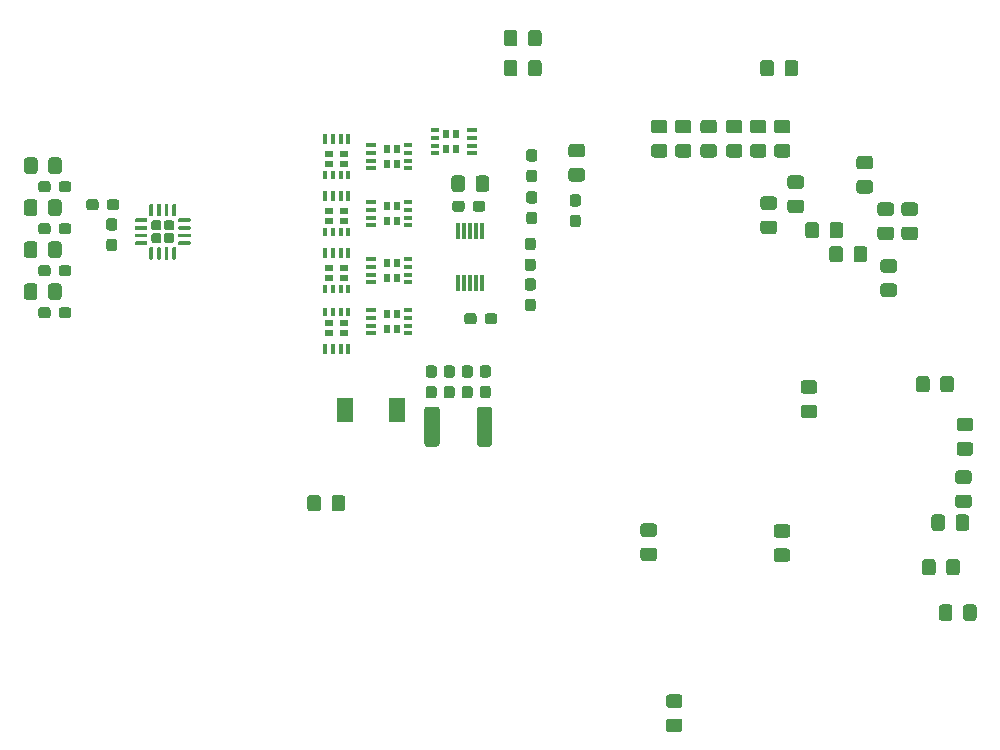
<source format=gbr>
%TF.GenerationSoftware,KiCad,Pcbnew,(5.1.12)-1*%
%TF.CreationDate,2022-03-07T22:11:42-06:00*%
%TF.ProjectId,PoE_Stepper_Driver,506f455f-5374-4657-9070-65725f447269,rev?*%
%TF.SameCoordinates,Original*%
%TF.FileFunction,Paste,Bot*%
%TF.FilePolarity,Positive*%
%FSLAX46Y46*%
G04 Gerber Fmt 4.6, Leading zero omitted, Abs format (unit mm)*
G04 Created by KiCad (PCBNEW (5.1.12)-1) date 2022-03-07 22:11:42*
%MOMM*%
%LPD*%
G01*
G04 APERTURE LIST*
%ADD10R,1.400000X2.100000*%
%ADD11R,0.300000X1.400000*%
%ADD12R,0.750000X0.300000*%
%ADD13R,0.830000X0.300000*%
%ADD14R,0.510000X0.635000*%
%ADD15R,0.635000X0.510000*%
%ADD16R,0.300000X0.830000*%
%ADD17R,0.300000X0.750000*%
G04 APERTURE END LIST*
%TO.C,R40*%
G36*
G01*
X174821000Y-109543001D02*
X174821000Y-108642999D01*
G75*
G02*
X175070999Y-108393000I249999J0D01*
G01*
X175721001Y-108393000D01*
G75*
G02*
X175971000Y-108642999I0J-249999D01*
G01*
X175971000Y-109543001D01*
G75*
G02*
X175721001Y-109793000I-249999J0D01*
G01*
X175070999Y-109793000D01*
G75*
G02*
X174821000Y-109543001I0J249999D01*
G01*
G37*
G36*
G01*
X172771000Y-109543001D02*
X172771000Y-108642999D01*
G75*
G02*
X173020999Y-108393000I249999J0D01*
G01*
X173671001Y-108393000D01*
G75*
G02*
X173921000Y-108642999I0J-249999D01*
G01*
X173921000Y-109543001D01*
G75*
G02*
X173671001Y-109793000I-249999J0D01*
G01*
X173020999Y-109793000D01*
G75*
G02*
X172771000Y-109543001I0J249999D01*
G01*
G37*
%TD*%
%TO.C,RT4*%
G36*
G01*
X99317000Y-79899500D02*
X99317000Y-80374500D01*
G75*
G02*
X99079500Y-80612000I-237500J0D01*
G01*
X98504500Y-80612000D01*
G75*
G02*
X98267000Y-80374500I0J237500D01*
G01*
X98267000Y-79899500D01*
G75*
G02*
X98504500Y-79662000I237500J0D01*
G01*
X99079500Y-79662000D01*
G75*
G02*
X99317000Y-79899500I0J-237500D01*
G01*
G37*
G36*
G01*
X97567000Y-79899500D02*
X97567000Y-80374500D01*
G75*
G02*
X97329500Y-80612000I-237500J0D01*
G01*
X96754500Y-80612000D01*
G75*
G02*
X96517000Y-80374500I0J237500D01*
G01*
X96517000Y-79899500D01*
G75*
G02*
X96754500Y-79662000I237500J0D01*
G01*
X97329500Y-79662000D01*
G75*
G02*
X97567000Y-79899500I0J-237500D01*
G01*
G37*
%TD*%
%TO.C,C5*%
G36*
G01*
X102505500Y-77439000D02*
X102980500Y-77439000D01*
G75*
G02*
X103218000Y-77676500I0J-237500D01*
G01*
X103218000Y-78251500D01*
G75*
G02*
X102980500Y-78489000I-237500J0D01*
G01*
X102505500Y-78489000D01*
G75*
G02*
X102268000Y-78251500I0J237500D01*
G01*
X102268000Y-77676500D01*
G75*
G02*
X102505500Y-77439000I237500J0D01*
G01*
G37*
G36*
G01*
X102505500Y-75689000D02*
X102980500Y-75689000D01*
G75*
G02*
X103218000Y-75926500I0J-237500D01*
G01*
X103218000Y-76501500D01*
G75*
G02*
X102980500Y-76739000I-237500J0D01*
G01*
X102505500Y-76739000D01*
G75*
G02*
X102268000Y-76501500I0J237500D01*
G01*
X102268000Y-75926500D01*
G75*
G02*
X102505500Y-75689000I237500J0D01*
G01*
G37*
%TD*%
%TO.C,C1*%
G36*
G01*
X138065500Y-73403000D02*
X138540500Y-73403000D01*
G75*
G02*
X138778000Y-73640500I0J-237500D01*
G01*
X138778000Y-74215500D01*
G75*
G02*
X138540500Y-74453000I-237500J0D01*
G01*
X138065500Y-74453000D01*
G75*
G02*
X137828000Y-74215500I0J237500D01*
G01*
X137828000Y-73640500D01*
G75*
G02*
X138065500Y-73403000I237500J0D01*
G01*
G37*
G36*
G01*
X138065500Y-75153000D02*
X138540500Y-75153000D01*
G75*
G02*
X138778000Y-75390500I0J-237500D01*
G01*
X138778000Y-75965500D01*
G75*
G02*
X138540500Y-76203000I-237500J0D01*
G01*
X138065500Y-76203000D01*
G75*
G02*
X137828000Y-75965500I0J237500D01*
G01*
X137828000Y-75390500D01*
G75*
G02*
X138065500Y-75153000I237500J0D01*
G01*
G37*
%TD*%
%TO.C,C3*%
G36*
G01*
X133555000Y-73221001D02*
X133555000Y-72320999D01*
G75*
G02*
X133804999Y-72071000I249999J0D01*
G01*
X134455001Y-72071000D01*
G75*
G02*
X134705000Y-72320999I0J-249999D01*
G01*
X134705000Y-73221001D01*
G75*
G02*
X134455001Y-73471000I-249999J0D01*
G01*
X133804999Y-73471000D01*
G75*
G02*
X133555000Y-73221001I0J249999D01*
G01*
G37*
G36*
G01*
X131505000Y-73221001D02*
X131505000Y-72320999D01*
G75*
G02*
X131754999Y-72071000I249999J0D01*
G01*
X132405001Y-72071000D01*
G75*
G02*
X132655000Y-72320999I0J-249999D01*
G01*
X132655000Y-73221001D01*
G75*
G02*
X132405001Y-73471000I-249999J0D01*
G01*
X131754999Y-73471000D01*
G75*
G02*
X131505000Y-73221001I0J249999D01*
G01*
G37*
%TD*%
%TO.C,C7*%
G36*
G01*
X159939117Y-102747967D02*
X159039115Y-102747967D01*
G75*
G02*
X158789116Y-102497968I0J249999D01*
G01*
X158789116Y-101847966D01*
G75*
G02*
X159039115Y-101597967I249999J0D01*
G01*
X159939117Y-101597967D01*
G75*
G02*
X160189116Y-101847966I0J-249999D01*
G01*
X160189116Y-102497968D01*
G75*
G02*
X159939117Y-102747967I-249999J0D01*
G01*
G37*
G36*
G01*
X159939117Y-104797967D02*
X159039115Y-104797967D01*
G75*
G02*
X158789116Y-104547968I0J249999D01*
G01*
X158789116Y-103897966D01*
G75*
G02*
X159039115Y-103647967I249999J0D01*
G01*
X159939117Y-103647967D01*
G75*
G02*
X160189116Y-103897966I0J-249999D01*
G01*
X160189116Y-104547968D01*
G75*
G02*
X159939117Y-104797967I-249999J0D01*
G01*
G37*
%TD*%
%TO.C,C14*%
G36*
G01*
X149917999Y-118052000D02*
X150818001Y-118052000D01*
G75*
G02*
X151068000Y-118301999I0J-249999D01*
G01*
X151068000Y-118952001D01*
G75*
G02*
X150818001Y-119202000I-249999J0D01*
G01*
X149917999Y-119202000D01*
G75*
G02*
X149668000Y-118952001I0J249999D01*
G01*
X149668000Y-118301999D01*
G75*
G02*
X149917999Y-118052000I249999J0D01*
G01*
G37*
G36*
G01*
X149917999Y-116002000D02*
X150818001Y-116002000D01*
G75*
G02*
X151068000Y-116251999I0J-249999D01*
G01*
X151068000Y-116902001D01*
G75*
G02*
X150818001Y-117152000I-249999J0D01*
G01*
X149917999Y-117152000D01*
G75*
G02*
X149668000Y-116902001I0J249999D01*
G01*
X149668000Y-116251999D01*
G75*
G02*
X149917999Y-116002000I249999J0D01*
G01*
G37*
%TD*%
%TO.C,C26*%
G36*
G01*
X161468000Y-77158001D02*
X161468000Y-76257999D01*
G75*
G02*
X161717999Y-76008000I249999J0D01*
G01*
X162368001Y-76008000D01*
G75*
G02*
X162618000Y-76257999I0J-249999D01*
G01*
X162618000Y-77158001D01*
G75*
G02*
X162368001Y-77408000I-249999J0D01*
G01*
X161717999Y-77408000D01*
G75*
G02*
X161468000Y-77158001I0J249999D01*
G01*
G37*
G36*
G01*
X163518000Y-77158001D02*
X163518000Y-76257999D01*
G75*
G02*
X163767999Y-76008000I249999J0D01*
G01*
X164418001Y-76008000D01*
G75*
G02*
X164668000Y-76257999I0J-249999D01*
G01*
X164668000Y-77158001D01*
G75*
G02*
X164418001Y-77408000I-249999J0D01*
G01*
X163767999Y-77408000D01*
G75*
G02*
X163518000Y-77158001I0J249999D01*
G01*
G37*
%TD*%
%TO.C,C27*%
G36*
G01*
X168725001Y-75496000D02*
X167824999Y-75496000D01*
G75*
G02*
X167575000Y-75246001I0J249999D01*
G01*
X167575000Y-74595999D01*
G75*
G02*
X167824999Y-74346000I249999J0D01*
G01*
X168725001Y-74346000D01*
G75*
G02*
X168975000Y-74595999I0J-249999D01*
G01*
X168975000Y-75246001D01*
G75*
G02*
X168725001Y-75496000I-249999J0D01*
G01*
G37*
G36*
G01*
X168725001Y-77546000D02*
X167824999Y-77546000D01*
G75*
G02*
X167575000Y-77296001I0J249999D01*
G01*
X167575000Y-76645999D01*
G75*
G02*
X167824999Y-76396000I249999J0D01*
G01*
X168725001Y-76396000D01*
G75*
G02*
X168975000Y-76645999I0J-249999D01*
G01*
X168975000Y-77296001D01*
G75*
G02*
X168725001Y-77546000I-249999J0D01*
G01*
G37*
%TD*%
%TO.C,C28*%
G36*
G01*
X160204999Y-72060000D02*
X161105001Y-72060000D01*
G75*
G02*
X161355000Y-72309999I0J-249999D01*
G01*
X161355000Y-72960001D01*
G75*
G02*
X161105001Y-73210000I-249999J0D01*
G01*
X160204999Y-73210000D01*
G75*
G02*
X159955000Y-72960001I0J249999D01*
G01*
X159955000Y-72309999D01*
G75*
G02*
X160204999Y-72060000I249999J0D01*
G01*
G37*
G36*
G01*
X160204999Y-74110000D02*
X161105001Y-74110000D01*
G75*
G02*
X161355000Y-74359999I0J-249999D01*
G01*
X161355000Y-75010001D01*
G75*
G02*
X161105001Y-75260000I-249999J0D01*
G01*
X160204999Y-75260000D01*
G75*
G02*
X159955000Y-75010001I0J249999D01*
G01*
X159955000Y-74359999D01*
G75*
G02*
X160204999Y-74110000I249999J0D01*
G01*
G37*
%TD*%
%TO.C,C30*%
G36*
G01*
X158819001Y-77038000D02*
X157918999Y-77038000D01*
G75*
G02*
X157669000Y-76788001I0J249999D01*
G01*
X157669000Y-76137999D01*
G75*
G02*
X157918999Y-75888000I249999J0D01*
G01*
X158819001Y-75888000D01*
G75*
G02*
X159069000Y-76137999I0J-249999D01*
G01*
X159069000Y-76788001D01*
G75*
G02*
X158819001Y-77038000I-249999J0D01*
G01*
G37*
G36*
G01*
X158819001Y-74988000D02*
X157918999Y-74988000D01*
G75*
G02*
X157669000Y-74738001I0J249999D01*
G01*
X157669000Y-74087999D01*
G75*
G02*
X157918999Y-73838000I249999J0D01*
G01*
X158819001Y-73838000D01*
G75*
G02*
X159069000Y-74087999I0J-249999D01*
G01*
X159069000Y-74738001D01*
G75*
G02*
X158819001Y-74988000I-249999J0D01*
G01*
G37*
%TD*%
%TO.C,C31*%
G36*
G01*
X166046999Y-70409000D02*
X166947001Y-70409000D01*
G75*
G02*
X167197000Y-70658999I0J-249999D01*
G01*
X167197000Y-71309001D01*
G75*
G02*
X166947001Y-71559000I-249999J0D01*
G01*
X166046999Y-71559000D01*
G75*
G02*
X165797000Y-71309001I0J249999D01*
G01*
X165797000Y-70658999D01*
G75*
G02*
X166046999Y-70409000I249999J0D01*
G01*
G37*
G36*
G01*
X166046999Y-72459000D02*
X166947001Y-72459000D01*
G75*
G02*
X167197000Y-72708999I0J-249999D01*
G01*
X167197000Y-73359001D01*
G75*
G02*
X166947001Y-73609000I-249999J0D01*
G01*
X166046999Y-73609000D01*
G75*
G02*
X165797000Y-73359001I0J249999D01*
G01*
X165797000Y-72708999D01*
G75*
G02*
X166046999Y-72459000I249999J0D01*
G01*
G37*
%TD*%
%TO.C,C32*%
G36*
G01*
X165550000Y-79190001D02*
X165550000Y-78289999D01*
G75*
G02*
X165799999Y-78040000I249999J0D01*
G01*
X166450001Y-78040000D01*
G75*
G02*
X166700000Y-78289999I0J-249999D01*
G01*
X166700000Y-79190001D01*
G75*
G02*
X166450001Y-79440000I-249999J0D01*
G01*
X165799999Y-79440000D01*
G75*
G02*
X165550000Y-79190001I0J249999D01*
G01*
G37*
G36*
G01*
X163500000Y-79190001D02*
X163500000Y-78289999D01*
G75*
G02*
X163749999Y-78040000I249999J0D01*
G01*
X164400001Y-78040000D01*
G75*
G02*
X164650000Y-78289999I0J-249999D01*
G01*
X164650000Y-79190001D01*
G75*
G02*
X164400001Y-79440000I-249999J0D01*
G01*
X163749999Y-79440000D01*
G75*
G02*
X163500000Y-79190001I0J249999D01*
G01*
G37*
%TD*%
%TO.C,C34*%
G36*
G01*
X161325114Y-91464966D02*
X162225116Y-91464966D01*
G75*
G02*
X162475115Y-91714965I0J-249999D01*
G01*
X162475115Y-92364967D01*
G75*
G02*
X162225116Y-92614966I-249999J0D01*
G01*
X161325114Y-92614966D01*
G75*
G02*
X161075115Y-92364967I0J249999D01*
G01*
X161075115Y-91714965D01*
G75*
G02*
X161325114Y-91464966I249999J0D01*
G01*
G37*
G36*
G01*
X161325114Y-89414966D02*
X162225116Y-89414966D01*
G75*
G02*
X162475115Y-89664965I0J-249999D01*
G01*
X162475115Y-90314967D01*
G75*
G02*
X162225116Y-90564966I-249999J0D01*
G01*
X161325114Y-90564966D01*
G75*
G02*
X161075115Y-90314967I0J249999D01*
G01*
X161075115Y-89664965D01*
G75*
G02*
X161325114Y-89414966I249999J0D01*
G01*
G37*
%TD*%
%TO.C,C35*%
G36*
G01*
X170843115Y-90194968D02*
X170843115Y-89294966D01*
G75*
G02*
X171093114Y-89044967I249999J0D01*
G01*
X171743116Y-89044967D01*
G75*
G02*
X171993115Y-89294966I0J-249999D01*
G01*
X171993115Y-90194968D01*
G75*
G02*
X171743116Y-90444967I-249999J0D01*
G01*
X171093114Y-90444967D01*
G75*
G02*
X170843115Y-90194968I0J249999D01*
G01*
G37*
G36*
G01*
X172893115Y-90194968D02*
X172893115Y-89294966D01*
G75*
G02*
X173143114Y-89044967I249999J0D01*
G01*
X173793116Y-89044967D01*
G75*
G02*
X174043115Y-89294966I0J-249999D01*
G01*
X174043115Y-90194968D01*
G75*
G02*
X173793116Y-90444967I-249999J0D01*
G01*
X173143114Y-90444967D01*
G75*
G02*
X172893115Y-90194968I0J249999D01*
G01*
G37*
%TD*%
%TO.C,C36*%
G36*
G01*
X175433117Y-95789967D02*
X174533115Y-95789967D01*
G75*
G02*
X174283116Y-95539968I0J249999D01*
G01*
X174283116Y-94889966D01*
G75*
G02*
X174533115Y-94639967I249999J0D01*
G01*
X175433117Y-94639967D01*
G75*
G02*
X175683116Y-94889966I0J-249999D01*
G01*
X175683116Y-95539968D01*
G75*
G02*
X175433117Y-95789967I-249999J0D01*
G01*
G37*
G36*
G01*
X175433117Y-93739967D02*
X174533115Y-93739967D01*
G75*
G02*
X174283116Y-93489968I0J249999D01*
G01*
X174283116Y-92839966D01*
G75*
G02*
X174533115Y-92589967I249999J0D01*
G01*
X175433117Y-92589967D01*
G75*
G02*
X175683116Y-92839966I0J-249999D01*
G01*
X175683116Y-93489968D01*
G75*
G02*
X175433117Y-93739967I-249999J0D01*
G01*
G37*
%TD*%
%TO.C,C37*%
G36*
G01*
X174406115Y-99084967D02*
X175306117Y-99084967D01*
G75*
G02*
X175556116Y-99334966I0J-249999D01*
G01*
X175556116Y-99984968D01*
G75*
G02*
X175306117Y-100234967I-249999J0D01*
G01*
X174406115Y-100234967D01*
G75*
G02*
X174156116Y-99984968I0J249999D01*
G01*
X174156116Y-99334966D01*
G75*
G02*
X174406115Y-99084967I249999J0D01*
G01*
G37*
G36*
G01*
X174406115Y-97034967D02*
X175306117Y-97034967D01*
G75*
G02*
X175556116Y-97284966I0J-249999D01*
G01*
X175556116Y-97934968D01*
G75*
G02*
X175306117Y-98184967I-249999J0D01*
G01*
X174406115Y-98184967D01*
G75*
G02*
X174156116Y-97934968I0J249999D01*
G01*
X174156116Y-97284966D01*
G75*
G02*
X174406115Y-97034967I249999J0D01*
G01*
G37*
%TD*%
%TO.C,C38*%
G36*
G01*
X174551116Y-104788966D02*
X174551116Y-105688968D01*
G75*
G02*
X174301117Y-105938967I-249999J0D01*
G01*
X173651115Y-105938967D01*
G75*
G02*
X173401116Y-105688968I0J249999D01*
G01*
X173401116Y-104788966D01*
G75*
G02*
X173651115Y-104538967I249999J0D01*
G01*
X174301117Y-104538967D01*
G75*
G02*
X174551116Y-104788966I0J-249999D01*
G01*
G37*
G36*
G01*
X172501116Y-104788966D02*
X172501116Y-105688968D01*
G75*
G02*
X172251117Y-105938967I-249999J0D01*
G01*
X171601115Y-105938967D01*
G75*
G02*
X171351116Y-105688968I0J249999D01*
G01*
X171351116Y-104788966D01*
G75*
G02*
X171601115Y-104538967I249999J0D01*
G01*
X172251117Y-104538967D01*
G75*
G02*
X172501116Y-104788966I0J-249999D01*
G01*
G37*
%TD*%
%TO.C,C39*%
G36*
G01*
X175336000Y-101022999D02*
X175336000Y-101923001D01*
G75*
G02*
X175086001Y-102173000I-249999J0D01*
G01*
X174435999Y-102173000D01*
G75*
G02*
X174186000Y-101923001I0J249999D01*
G01*
X174186000Y-101022999D01*
G75*
G02*
X174435999Y-100773000I249999J0D01*
G01*
X175086001Y-100773000D01*
G75*
G02*
X175336000Y-101022999I0J-249999D01*
G01*
G37*
G36*
G01*
X173286000Y-101022999D02*
X173286000Y-101923001D01*
G75*
G02*
X173036001Y-102173000I-249999J0D01*
G01*
X172385999Y-102173000D01*
G75*
G02*
X172136000Y-101923001I0J249999D01*
G01*
X172136000Y-101022999D01*
G75*
G02*
X172385999Y-100773000I249999J0D01*
G01*
X173036001Y-100773000D01*
G75*
G02*
X173286000Y-101022999I0J-249999D01*
G01*
G37*
%TD*%
%TO.C,CG2*%
G36*
G01*
X134955000Y-91895000D02*
X134955000Y-94795000D01*
G75*
G02*
X134705000Y-95045000I-250000J0D01*
G01*
X133905000Y-95045000D01*
G75*
G02*
X133655000Y-94795000I0J250000D01*
G01*
X133655000Y-91895000D01*
G75*
G02*
X133905000Y-91645000I250000J0D01*
G01*
X134705000Y-91645000D01*
G75*
G02*
X134955000Y-91895000I0J-250000D01*
G01*
G37*
G36*
G01*
X130505000Y-91895000D02*
X130505000Y-94795000D01*
G75*
G02*
X130255000Y-95045000I-250000J0D01*
G01*
X129455000Y-95045000D01*
G75*
G02*
X129205000Y-94795000I0J250000D01*
G01*
X129205000Y-91895000D01*
G75*
G02*
X129455000Y-91645000I250000J0D01*
G01*
X130255000Y-91645000D01*
G75*
G02*
X130505000Y-91895000I0J-250000D01*
G01*
G37*
%TD*%
%TO.C,CT1*%
G36*
G01*
X96460000Y-70796999D02*
X96460000Y-71697001D01*
G75*
G02*
X96210001Y-71947000I-249999J0D01*
G01*
X95559999Y-71947000D01*
G75*
G02*
X95310000Y-71697001I0J249999D01*
G01*
X95310000Y-70796999D01*
G75*
G02*
X95559999Y-70547000I249999J0D01*
G01*
X96210001Y-70547000D01*
G75*
G02*
X96460000Y-70796999I0J-249999D01*
G01*
G37*
G36*
G01*
X98510000Y-70796999D02*
X98510000Y-71697001D01*
G75*
G02*
X98260001Y-71947000I-249999J0D01*
G01*
X97609999Y-71947000D01*
G75*
G02*
X97360000Y-71697001I0J249999D01*
G01*
X97360000Y-70796999D01*
G75*
G02*
X97609999Y-70547000I249999J0D01*
G01*
X98260001Y-70547000D01*
G75*
G02*
X98510000Y-70796999I0J-249999D01*
G01*
G37*
%TD*%
%TO.C,CT2*%
G36*
G01*
X98501000Y-74352999D02*
X98501000Y-75253001D01*
G75*
G02*
X98251001Y-75503000I-249999J0D01*
G01*
X97600999Y-75503000D01*
G75*
G02*
X97351000Y-75253001I0J249999D01*
G01*
X97351000Y-74352999D01*
G75*
G02*
X97600999Y-74103000I249999J0D01*
G01*
X98251001Y-74103000D01*
G75*
G02*
X98501000Y-74352999I0J-249999D01*
G01*
G37*
G36*
G01*
X96451000Y-74352999D02*
X96451000Y-75253001D01*
G75*
G02*
X96201001Y-75503000I-249999J0D01*
G01*
X95550999Y-75503000D01*
G75*
G02*
X95301000Y-75253001I0J249999D01*
G01*
X95301000Y-74352999D01*
G75*
G02*
X95550999Y-74103000I249999J0D01*
G01*
X96201001Y-74103000D01*
G75*
G02*
X96451000Y-74352999I0J-249999D01*
G01*
G37*
%TD*%
%TO.C,CT3*%
G36*
G01*
X98501000Y-81464999D02*
X98501000Y-82365001D01*
G75*
G02*
X98251001Y-82615000I-249999J0D01*
G01*
X97600999Y-82615000D01*
G75*
G02*
X97351000Y-82365001I0J249999D01*
G01*
X97351000Y-81464999D01*
G75*
G02*
X97600999Y-81215000I249999J0D01*
G01*
X98251001Y-81215000D01*
G75*
G02*
X98501000Y-81464999I0J-249999D01*
G01*
G37*
G36*
G01*
X96451000Y-81464999D02*
X96451000Y-82365001D01*
G75*
G02*
X96201001Y-82615000I-249999J0D01*
G01*
X95550999Y-82615000D01*
G75*
G02*
X95301000Y-82365001I0J249999D01*
G01*
X95301000Y-81464999D01*
G75*
G02*
X95550999Y-81215000I249999J0D01*
G01*
X96201001Y-81215000D01*
G75*
G02*
X96451000Y-81464999I0J-249999D01*
G01*
G37*
%TD*%
%TO.C,CT4*%
G36*
G01*
X96451000Y-77908999D02*
X96451000Y-78809001D01*
G75*
G02*
X96201001Y-79059000I-249999J0D01*
G01*
X95550999Y-79059000D01*
G75*
G02*
X95301000Y-78809001I0J249999D01*
G01*
X95301000Y-77908999D01*
G75*
G02*
X95550999Y-77659000I249999J0D01*
G01*
X96201001Y-77659000D01*
G75*
G02*
X96451000Y-77908999I0J-249999D01*
G01*
G37*
G36*
G01*
X98501000Y-77908999D02*
X98501000Y-78809001D01*
G75*
G02*
X98251001Y-79059000I-249999J0D01*
G01*
X97600999Y-79059000D01*
G75*
G02*
X97351000Y-78809001I0J249999D01*
G01*
X97351000Y-77908999D01*
G75*
G02*
X97600999Y-77659000I249999J0D01*
G01*
X98251001Y-77659000D01*
G75*
G02*
X98501000Y-77908999I0J-249999D01*
G01*
G37*
%TD*%
D10*
%TO.C,D2*%
X122514000Y-91948000D03*
X126914000Y-91948000D03*
%TD*%
%TO.C,R4*%
G36*
G01*
X139141000Y-60001999D02*
X139141000Y-60902001D01*
G75*
G02*
X138891001Y-61152000I-249999J0D01*
G01*
X138240999Y-61152000D01*
G75*
G02*
X137991000Y-60902001I0J249999D01*
G01*
X137991000Y-60001999D01*
G75*
G02*
X138240999Y-59752000I249999J0D01*
G01*
X138891001Y-59752000D01*
G75*
G02*
X139141000Y-60001999I0J-249999D01*
G01*
G37*
G36*
G01*
X137091000Y-60001999D02*
X137091000Y-60902001D01*
G75*
G02*
X136841001Y-61152000I-249999J0D01*
G01*
X136190999Y-61152000D01*
G75*
G02*
X135941000Y-60902001I0J249999D01*
G01*
X135941000Y-60001999D01*
G75*
G02*
X136190999Y-59752000I249999J0D01*
G01*
X136841001Y-59752000D01*
G75*
G02*
X137091000Y-60001999I0J-249999D01*
G01*
G37*
%TD*%
%TO.C,R5*%
G36*
G01*
X137091000Y-62541999D02*
X137091000Y-63442001D01*
G75*
G02*
X136841001Y-63692000I-249999J0D01*
G01*
X136190999Y-63692000D01*
G75*
G02*
X135941000Y-63442001I0J249999D01*
G01*
X135941000Y-62541999D01*
G75*
G02*
X136190999Y-62292000I249999J0D01*
G01*
X136841001Y-62292000D01*
G75*
G02*
X137091000Y-62541999I0J-249999D01*
G01*
G37*
G36*
G01*
X139141000Y-62541999D02*
X139141000Y-63442001D01*
G75*
G02*
X138891001Y-63692000I-249999J0D01*
G01*
X138240999Y-63692000D01*
G75*
G02*
X137991000Y-63442001I0J249999D01*
G01*
X137991000Y-62541999D01*
G75*
G02*
X138240999Y-62292000I249999J0D01*
G01*
X138891001Y-62292000D01*
G75*
G02*
X139141000Y-62541999I0J-249999D01*
G01*
G37*
%TD*%
%TO.C,R6*%
G36*
G01*
X157658000Y-63442001D02*
X157658000Y-62541999D01*
G75*
G02*
X157907999Y-62292000I249999J0D01*
G01*
X158558001Y-62292000D01*
G75*
G02*
X158808000Y-62541999I0J-249999D01*
G01*
X158808000Y-63442001D01*
G75*
G02*
X158558001Y-63692000I-249999J0D01*
G01*
X157907999Y-63692000D01*
G75*
G02*
X157658000Y-63442001I0J249999D01*
G01*
G37*
G36*
G01*
X159708000Y-63442001D02*
X159708000Y-62541999D01*
G75*
G02*
X159957999Y-62292000I249999J0D01*
G01*
X160608001Y-62292000D01*
G75*
G02*
X160858000Y-62541999I0J-249999D01*
G01*
X160858000Y-63442001D01*
G75*
G02*
X160608001Y-63692000I-249999J0D01*
G01*
X159957999Y-63692000D01*
G75*
G02*
X159708000Y-63442001I0J249999D01*
G01*
G37*
%TD*%
%TO.C,R9*%
G36*
G01*
X138413500Y-81819000D02*
X137938500Y-81819000D01*
G75*
G02*
X137701000Y-81581500I0J237500D01*
G01*
X137701000Y-81006500D01*
G75*
G02*
X137938500Y-80769000I237500J0D01*
G01*
X138413500Y-80769000D01*
G75*
G02*
X138651000Y-81006500I0J-237500D01*
G01*
X138651000Y-81581500D01*
G75*
G02*
X138413500Y-81819000I-237500J0D01*
G01*
G37*
G36*
G01*
X138413500Y-83569000D02*
X137938500Y-83569000D01*
G75*
G02*
X137701000Y-83331500I0J237500D01*
G01*
X137701000Y-82756500D01*
G75*
G02*
X137938500Y-82519000I237500J0D01*
G01*
X138413500Y-82519000D01*
G75*
G02*
X138651000Y-82756500I0J-237500D01*
G01*
X138651000Y-83331500D01*
G75*
G02*
X138413500Y-83569000I-237500J0D01*
G01*
G37*
%TD*%
%TO.C,R10*%
G36*
G01*
X135385000Y-83963500D02*
X135385000Y-84438500D01*
G75*
G02*
X135147500Y-84676000I-237500J0D01*
G01*
X134572500Y-84676000D01*
G75*
G02*
X134335000Y-84438500I0J237500D01*
G01*
X134335000Y-83963500D01*
G75*
G02*
X134572500Y-83726000I237500J0D01*
G01*
X135147500Y-83726000D01*
G75*
G02*
X135385000Y-83963500I0J-237500D01*
G01*
G37*
G36*
G01*
X133635000Y-83963500D02*
X133635000Y-84438500D01*
G75*
G02*
X133397500Y-84676000I-237500J0D01*
G01*
X132822500Y-84676000D01*
G75*
G02*
X132585000Y-84438500I0J237500D01*
G01*
X132585000Y-83963500D01*
G75*
G02*
X132822500Y-83726000I237500J0D01*
G01*
X133397500Y-83726000D01*
G75*
G02*
X133635000Y-83963500I0J-237500D01*
G01*
G37*
%TD*%
%TO.C,R11*%
G36*
G01*
X138413500Y-78404000D02*
X137938500Y-78404000D01*
G75*
G02*
X137701000Y-78166500I0J237500D01*
G01*
X137701000Y-77591500D01*
G75*
G02*
X137938500Y-77354000I237500J0D01*
G01*
X138413500Y-77354000D01*
G75*
G02*
X138651000Y-77591500I0J-237500D01*
G01*
X138651000Y-78166500D01*
G75*
G02*
X138413500Y-78404000I-237500J0D01*
G01*
G37*
G36*
G01*
X138413500Y-80154000D02*
X137938500Y-80154000D01*
G75*
G02*
X137701000Y-79916500I0J237500D01*
G01*
X137701000Y-79341500D01*
G75*
G02*
X137938500Y-79104000I237500J0D01*
G01*
X138413500Y-79104000D01*
G75*
G02*
X138651000Y-79341500I0J-237500D01*
G01*
X138651000Y-79916500D01*
G75*
G02*
X138413500Y-80154000I-237500J0D01*
G01*
G37*
%TD*%
%TO.C,R12*%
G36*
G01*
X141662999Y-71443000D02*
X142563001Y-71443000D01*
G75*
G02*
X142813000Y-71692999I0J-249999D01*
G01*
X142813000Y-72343001D01*
G75*
G02*
X142563001Y-72593000I-249999J0D01*
G01*
X141662999Y-72593000D01*
G75*
G02*
X141413000Y-72343001I0J249999D01*
G01*
X141413000Y-71692999D01*
G75*
G02*
X141662999Y-71443000I249999J0D01*
G01*
G37*
G36*
G01*
X141662999Y-69393000D02*
X142563001Y-69393000D01*
G75*
G02*
X142813000Y-69642999I0J-249999D01*
G01*
X142813000Y-70293001D01*
G75*
G02*
X142563001Y-70543000I-249999J0D01*
G01*
X141662999Y-70543000D01*
G75*
G02*
X141413000Y-70293001I0J249999D01*
G01*
X141413000Y-69642999D01*
G75*
G02*
X141662999Y-69393000I249999J0D01*
G01*
G37*
%TD*%
%TO.C,R13*%
G36*
G01*
X138065500Y-69847000D02*
X138540500Y-69847000D01*
G75*
G02*
X138778000Y-70084500I0J-237500D01*
G01*
X138778000Y-70659500D01*
G75*
G02*
X138540500Y-70897000I-237500J0D01*
G01*
X138065500Y-70897000D01*
G75*
G02*
X137828000Y-70659500I0J237500D01*
G01*
X137828000Y-70084500D01*
G75*
G02*
X138065500Y-69847000I237500J0D01*
G01*
G37*
G36*
G01*
X138065500Y-71597000D02*
X138540500Y-71597000D01*
G75*
G02*
X138778000Y-71834500I0J-237500D01*
G01*
X138778000Y-72409500D01*
G75*
G02*
X138540500Y-72647000I-237500J0D01*
G01*
X138065500Y-72647000D01*
G75*
G02*
X137828000Y-72409500I0J237500D01*
G01*
X137828000Y-71834500D01*
G75*
G02*
X138065500Y-71597000I237500J0D01*
G01*
G37*
%TD*%
%TO.C,R14*%
G36*
G01*
X141748500Y-75407000D02*
X142223500Y-75407000D01*
G75*
G02*
X142461000Y-75644500I0J-237500D01*
G01*
X142461000Y-76219500D01*
G75*
G02*
X142223500Y-76457000I-237500J0D01*
G01*
X141748500Y-76457000D01*
G75*
G02*
X141511000Y-76219500I0J237500D01*
G01*
X141511000Y-75644500D01*
G75*
G02*
X141748500Y-75407000I237500J0D01*
G01*
G37*
G36*
G01*
X141748500Y-73657000D02*
X142223500Y-73657000D01*
G75*
G02*
X142461000Y-73894500I0J-237500D01*
G01*
X142461000Y-74469500D01*
G75*
G02*
X142223500Y-74707000I-237500J0D01*
G01*
X141748500Y-74707000D01*
G75*
G02*
X141511000Y-74469500I0J237500D01*
G01*
X141511000Y-73894500D01*
G75*
G02*
X141748500Y-73657000I237500J0D01*
G01*
G37*
%TD*%
%TO.C,R15*%
G36*
G01*
X134369000Y-74438500D02*
X134369000Y-74913500D01*
G75*
G02*
X134131500Y-75151000I-237500J0D01*
G01*
X133556500Y-75151000D01*
G75*
G02*
X133319000Y-74913500I0J237500D01*
G01*
X133319000Y-74438500D01*
G75*
G02*
X133556500Y-74201000I237500J0D01*
G01*
X134131500Y-74201000D01*
G75*
G02*
X134369000Y-74438500I0J-237500D01*
G01*
G37*
G36*
G01*
X132619000Y-74438500D02*
X132619000Y-74913500D01*
G75*
G02*
X132381500Y-75151000I-237500J0D01*
G01*
X131806500Y-75151000D01*
G75*
G02*
X131569000Y-74913500I0J237500D01*
G01*
X131569000Y-74438500D01*
G75*
G02*
X131806500Y-74201000I237500J0D01*
G01*
X132381500Y-74201000D01*
G75*
G02*
X132619000Y-74438500I0J-237500D01*
G01*
G37*
%TD*%
%TO.C,R18*%
G36*
G01*
X103381000Y-74311500D02*
X103381000Y-74786500D01*
G75*
G02*
X103143500Y-75024000I-237500J0D01*
G01*
X102568500Y-75024000D01*
G75*
G02*
X102331000Y-74786500I0J237500D01*
G01*
X102331000Y-74311500D01*
G75*
G02*
X102568500Y-74074000I237500J0D01*
G01*
X103143500Y-74074000D01*
G75*
G02*
X103381000Y-74311500I0J-237500D01*
G01*
G37*
G36*
G01*
X101631000Y-74311500D02*
X101631000Y-74786500D01*
G75*
G02*
X101393500Y-75024000I-237500J0D01*
G01*
X100818500Y-75024000D01*
G75*
G02*
X100581000Y-74786500I0J237500D01*
G01*
X100581000Y-74311500D01*
G75*
G02*
X100818500Y-74074000I237500J0D01*
G01*
X101393500Y-74074000D01*
G75*
G02*
X101631000Y-74311500I0J-237500D01*
G01*
G37*
%TD*%
%TO.C,RT1*%
G36*
G01*
X97567000Y-72787500D02*
X97567000Y-73262500D01*
G75*
G02*
X97329500Y-73500000I-237500J0D01*
G01*
X96754500Y-73500000D01*
G75*
G02*
X96517000Y-73262500I0J237500D01*
G01*
X96517000Y-72787500D01*
G75*
G02*
X96754500Y-72550000I237500J0D01*
G01*
X97329500Y-72550000D01*
G75*
G02*
X97567000Y-72787500I0J-237500D01*
G01*
G37*
G36*
G01*
X99317000Y-72787500D02*
X99317000Y-73262500D01*
G75*
G02*
X99079500Y-73500000I-237500J0D01*
G01*
X98504500Y-73500000D01*
G75*
G02*
X98267000Y-73262500I0J237500D01*
G01*
X98267000Y-72787500D01*
G75*
G02*
X98504500Y-72550000I237500J0D01*
G01*
X99079500Y-72550000D01*
G75*
G02*
X99317000Y-72787500I0J-237500D01*
G01*
G37*
%TD*%
%TO.C,RT2*%
G36*
G01*
X99317000Y-76343500D02*
X99317000Y-76818500D01*
G75*
G02*
X99079500Y-77056000I-237500J0D01*
G01*
X98504500Y-77056000D01*
G75*
G02*
X98267000Y-76818500I0J237500D01*
G01*
X98267000Y-76343500D01*
G75*
G02*
X98504500Y-76106000I237500J0D01*
G01*
X99079500Y-76106000D01*
G75*
G02*
X99317000Y-76343500I0J-237500D01*
G01*
G37*
G36*
G01*
X97567000Y-76343500D02*
X97567000Y-76818500D01*
G75*
G02*
X97329500Y-77056000I-237500J0D01*
G01*
X96754500Y-77056000D01*
G75*
G02*
X96517000Y-76818500I0J237500D01*
G01*
X96517000Y-76343500D01*
G75*
G02*
X96754500Y-76106000I237500J0D01*
G01*
X97329500Y-76106000D01*
G75*
G02*
X97567000Y-76343500I0J-237500D01*
G01*
G37*
%TD*%
%TO.C,RT3*%
G36*
G01*
X97567000Y-83455500D02*
X97567000Y-83930500D01*
G75*
G02*
X97329500Y-84168000I-237500J0D01*
G01*
X96754500Y-84168000D01*
G75*
G02*
X96517000Y-83930500I0J237500D01*
G01*
X96517000Y-83455500D01*
G75*
G02*
X96754500Y-83218000I237500J0D01*
G01*
X97329500Y-83218000D01*
G75*
G02*
X97567000Y-83455500I0J-237500D01*
G01*
G37*
G36*
G01*
X99317000Y-83455500D02*
X99317000Y-83930500D01*
G75*
G02*
X99079500Y-84168000I-237500J0D01*
G01*
X98504500Y-84168000D01*
G75*
G02*
X98267000Y-83930500I0J237500D01*
G01*
X98267000Y-83455500D01*
G75*
G02*
X98504500Y-83218000I237500J0D01*
G01*
X99079500Y-83218000D01*
G75*
G02*
X99317000Y-83455500I0J-237500D01*
G01*
G37*
%TD*%
%TO.C,RT5*%
G36*
G01*
X134128500Y-89885000D02*
X134603500Y-89885000D01*
G75*
G02*
X134841000Y-90122500I0J-237500D01*
G01*
X134841000Y-90697500D01*
G75*
G02*
X134603500Y-90935000I-237500J0D01*
G01*
X134128500Y-90935000D01*
G75*
G02*
X133891000Y-90697500I0J237500D01*
G01*
X133891000Y-90122500D01*
G75*
G02*
X134128500Y-89885000I237500J0D01*
G01*
G37*
G36*
G01*
X134128500Y-88135000D02*
X134603500Y-88135000D01*
G75*
G02*
X134841000Y-88372500I0J-237500D01*
G01*
X134841000Y-88947500D01*
G75*
G02*
X134603500Y-89185000I-237500J0D01*
G01*
X134128500Y-89185000D01*
G75*
G02*
X133891000Y-88947500I0J237500D01*
G01*
X133891000Y-88372500D01*
G75*
G02*
X134128500Y-88135000I237500J0D01*
G01*
G37*
%TD*%
%TO.C,RT6*%
G36*
G01*
X132604500Y-88149000D02*
X133079500Y-88149000D01*
G75*
G02*
X133317000Y-88386500I0J-237500D01*
G01*
X133317000Y-88961500D01*
G75*
G02*
X133079500Y-89199000I-237500J0D01*
G01*
X132604500Y-89199000D01*
G75*
G02*
X132367000Y-88961500I0J237500D01*
G01*
X132367000Y-88386500D01*
G75*
G02*
X132604500Y-88149000I237500J0D01*
G01*
G37*
G36*
G01*
X132604500Y-89899000D02*
X133079500Y-89899000D01*
G75*
G02*
X133317000Y-90136500I0J-237500D01*
G01*
X133317000Y-90711500D01*
G75*
G02*
X133079500Y-90949000I-237500J0D01*
G01*
X132604500Y-90949000D01*
G75*
G02*
X132367000Y-90711500I0J237500D01*
G01*
X132367000Y-90136500D01*
G75*
G02*
X132604500Y-89899000I237500J0D01*
G01*
G37*
%TD*%
%TO.C,RT7*%
G36*
G01*
X131080500Y-89899000D02*
X131555500Y-89899000D01*
G75*
G02*
X131793000Y-90136500I0J-237500D01*
G01*
X131793000Y-90711500D01*
G75*
G02*
X131555500Y-90949000I-237500J0D01*
G01*
X131080500Y-90949000D01*
G75*
G02*
X130843000Y-90711500I0J237500D01*
G01*
X130843000Y-90136500D01*
G75*
G02*
X131080500Y-89899000I237500J0D01*
G01*
G37*
G36*
G01*
X131080500Y-88149000D02*
X131555500Y-88149000D01*
G75*
G02*
X131793000Y-88386500I0J-237500D01*
G01*
X131793000Y-88961500D01*
G75*
G02*
X131555500Y-89199000I-237500J0D01*
G01*
X131080500Y-89199000D01*
G75*
G02*
X130843000Y-88961500I0J237500D01*
G01*
X130843000Y-88386500D01*
G75*
G02*
X131080500Y-88149000I237500J0D01*
G01*
G37*
%TD*%
%TO.C,RT8*%
G36*
G01*
X129556500Y-88149000D02*
X130031500Y-88149000D01*
G75*
G02*
X130269000Y-88386500I0J-237500D01*
G01*
X130269000Y-88961500D01*
G75*
G02*
X130031500Y-89199000I-237500J0D01*
G01*
X129556500Y-89199000D01*
G75*
G02*
X129319000Y-88961500I0J237500D01*
G01*
X129319000Y-88386500D01*
G75*
G02*
X129556500Y-88149000I237500J0D01*
G01*
G37*
G36*
G01*
X129556500Y-89899000D02*
X130031500Y-89899000D01*
G75*
G02*
X130269000Y-90136500I0J-237500D01*
G01*
X130269000Y-90711500D01*
G75*
G02*
X130031500Y-90949000I-237500J0D01*
G01*
X129556500Y-90949000D01*
G75*
G02*
X129319000Y-90711500I0J237500D01*
G01*
X129319000Y-90136500D01*
G75*
G02*
X129556500Y-89899000I237500J0D01*
G01*
G37*
%TD*%
%TO.C,U1*%
G36*
G01*
X108036000Y-76077500D02*
X108036000Y-76512500D01*
G75*
G02*
X107818500Y-76730000I-217500J0D01*
G01*
X107383500Y-76730000D01*
G75*
G02*
X107166000Y-76512500I0J217500D01*
G01*
X107166000Y-76077500D01*
G75*
G02*
X107383500Y-75860000I217500J0D01*
G01*
X107818500Y-75860000D01*
G75*
G02*
X108036000Y-76077500I0J-217500D01*
G01*
G37*
G36*
G01*
X108036000Y-77157500D02*
X108036000Y-77592500D01*
G75*
G02*
X107818500Y-77810000I-217500J0D01*
G01*
X107383500Y-77810000D01*
G75*
G02*
X107166000Y-77592500I0J217500D01*
G01*
X107166000Y-77157500D01*
G75*
G02*
X107383500Y-76940000I217500J0D01*
G01*
X107818500Y-76940000D01*
G75*
G02*
X108036000Y-77157500I0J-217500D01*
G01*
G37*
G36*
G01*
X106956000Y-76077500D02*
X106956000Y-76512500D01*
G75*
G02*
X106738500Y-76730000I-217500J0D01*
G01*
X106303500Y-76730000D01*
G75*
G02*
X106086000Y-76512500I0J217500D01*
G01*
X106086000Y-76077500D01*
G75*
G02*
X106303500Y-75860000I217500J0D01*
G01*
X106738500Y-75860000D01*
G75*
G02*
X106956000Y-76077500I0J-217500D01*
G01*
G37*
G36*
G01*
X106956000Y-77157500D02*
X106956000Y-77592500D01*
G75*
G02*
X106738500Y-77810000I-217500J0D01*
G01*
X106303500Y-77810000D01*
G75*
G02*
X106086000Y-77592500I0J217500D01*
G01*
X106086000Y-77157500D01*
G75*
G02*
X106303500Y-76940000I217500J0D01*
G01*
X106738500Y-76940000D01*
G75*
G02*
X106956000Y-77157500I0J-217500D01*
G01*
G37*
G36*
G01*
X109436000Y-75785000D02*
X109436000Y-75935000D01*
G75*
G02*
X109361000Y-76010000I-75000J0D01*
G01*
X108436000Y-76010000D01*
G75*
G02*
X108361000Y-75935000I0J75000D01*
G01*
X108361000Y-75785000D01*
G75*
G02*
X108436000Y-75710000I75000J0D01*
G01*
X109361000Y-75710000D01*
G75*
G02*
X109436000Y-75785000I0J-75000D01*
G01*
G37*
G36*
G01*
X109436000Y-76435000D02*
X109436000Y-76585000D01*
G75*
G02*
X109361000Y-76660000I-75000J0D01*
G01*
X108436000Y-76660000D01*
G75*
G02*
X108361000Y-76585000I0J75000D01*
G01*
X108361000Y-76435000D01*
G75*
G02*
X108436000Y-76360000I75000J0D01*
G01*
X109361000Y-76360000D01*
G75*
G02*
X109436000Y-76435000I0J-75000D01*
G01*
G37*
G36*
G01*
X109436000Y-77085000D02*
X109436000Y-77235000D01*
G75*
G02*
X109361000Y-77310000I-75000J0D01*
G01*
X108436000Y-77310000D01*
G75*
G02*
X108361000Y-77235000I0J75000D01*
G01*
X108361000Y-77085000D01*
G75*
G02*
X108436000Y-77010000I75000J0D01*
G01*
X109361000Y-77010000D01*
G75*
G02*
X109436000Y-77085000I0J-75000D01*
G01*
G37*
G36*
G01*
X109436000Y-77735000D02*
X109436000Y-77885000D01*
G75*
G02*
X109361000Y-77960000I-75000J0D01*
G01*
X108436000Y-77960000D01*
G75*
G02*
X108361000Y-77885000I0J75000D01*
G01*
X108361000Y-77735000D01*
G75*
G02*
X108436000Y-77660000I75000J0D01*
G01*
X109361000Y-77660000D01*
G75*
G02*
X109436000Y-77735000I0J-75000D01*
G01*
G37*
G36*
G01*
X108186000Y-78210000D02*
X108186000Y-79135000D01*
G75*
G02*
X108111000Y-79210000I-75000J0D01*
G01*
X107961000Y-79210000D01*
G75*
G02*
X107886000Y-79135000I0J75000D01*
G01*
X107886000Y-78210000D01*
G75*
G02*
X107961000Y-78135000I75000J0D01*
G01*
X108111000Y-78135000D01*
G75*
G02*
X108186000Y-78210000I0J-75000D01*
G01*
G37*
G36*
G01*
X107536000Y-78210000D02*
X107536000Y-79135000D01*
G75*
G02*
X107461000Y-79210000I-75000J0D01*
G01*
X107311000Y-79210000D01*
G75*
G02*
X107236000Y-79135000I0J75000D01*
G01*
X107236000Y-78210000D01*
G75*
G02*
X107311000Y-78135000I75000J0D01*
G01*
X107461000Y-78135000D01*
G75*
G02*
X107536000Y-78210000I0J-75000D01*
G01*
G37*
G36*
G01*
X106886000Y-78210000D02*
X106886000Y-79135000D01*
G75*
G02*
X106811000Y-79210000I-75000J0D01*
G01*
X106661000Y-79210000D01*
G75*
G02*
X106586000Y-79135000I0J75000D01*
G01*
X106586000Y-78210000D01*
G75*
G02*
X106661000Y-78135000I75000J0D01*
G01*
X106811000Y-78135000D01*
G75*
G02*
X106886000Y-78210000I0J-75000D01*
G01*
G37*
G36*
G01*
X106236000Y-78210000D02*
X106236000Y-79135000D01*
G75*
G02*
X106161000Y-79210000I-75000J0D01*
G01*
X106011000Y-79210000D01*
G75*
G02*
X105936000Y-79135000I0J75000D01*
G01*
X105936000Y-78210000D01*
G75*
G02*
X106011000Y-78135000I75000J0D01*
G01*
X106161000Y-78135000D01*
G75*
G02*
X106236000Y-78210000I0J-75000D01*
G01*
G37*
G36*
G01*
X105761000Y-77735000D02*
X105761000Y-77885000D01*
G75*
G02*
X105686000Y-77960000I-75000J0D01*
G01*
X104761000Y-77960000D01*
G75*
G02*
X104686000Y-77885000I0J75000D01*
G01*
X104686000Y-77735000D01*
G75*
G02*
X104761000Y-77660000I75000J0D01*
G01*
X105686000Y-77660000D01*
G75*
G02*
X105761000Y-77735000I0J-75000D01*
G01*
G37*
G36*
G01*
X105761000Y-77085000D02*
X105761000Y-77235000D01*
G75*
G02*
X105686000Y-77310000I-75000J0D01*
G01*
X104761000Y-77310000D01*
G75*
G02*
X104686000Y-77235000I0J75000D01*
G01*
X104686000Y-77085000D01*
G75*
G02*
X104761000Y-77010000I75000J0D01*
G01*
X105686000Y-77010000D01*
G75*
G02*
X105761000Y-77085000I0J-75000D01*
G01*
G37*
G36*
G01*
X105761000Y-76435000D02*
X105761000Y-76585000D01*
G75*
G02*
X105686000Y-76660000I-75000J0D01*
G01*
X104761000Y-76660000D01*
G75*
G02*
X104686000Y-76585000I0J75000D01*
G01*
X104686000Y-76435000D01*
G75*
G02*
X104761000Y-76360000I75000J0D01*
G01*
X105686000Y-76360000D01*
G75*
G02*
X105761000Y-76435000I0J-75000D01*
G01*
G37*
G36*
G01*
X105761000Y-75785000D02*
X105761000Y-75935000D01*
G75*
G02*
X105686000Y-76010000I-75000J0D01*
G01*
X104761000Y-76010000D01*
G75*
G02*
X104686000Y-75935000I0J75000D01*
G01*
X104686000Y-75785000D01*
G75*
G02*
X104761000Y-75710000I75000J0D01*
G01*
X105686000Y-75710000D01*
G75*
G02*
X105761000Y-75785000I0J-75000D01*
G01*
G37*
G36*
G01*
X106236000Y-74535000D02*
X106236000Y-75460000D01*
G75*
G02*
X106161000Y-75535000I-75000J0D01*
G01*
X106011000Y-75535000D01*
G75*
G02*
X105936000Y-75460000I0J75000D01*
G01*
X105936000Y-74535000D01*
G75*
G02*
X106011000Y-74460000I75000J0D01*
G01*
X106161000Y-74460000D01*
G75*
G02*
X106236000Y-74535000I0J-75000D01*
G01*
G37*
G36*
G01*
X106886000Y-74535000D02*
X106886000Y-75460000D01*
G75*
G02*
X106811000Y-75535000I-75000J0D01*
G01*
X106661000Y-75535000D01*
G75*
G02*
X106586000Y-75460000I0J75000D01*
G01*
X106586000Y-74535000D01*
G75*
G02*
X106661000Y-74460000I75000J0D01*
G01*
X106811000Y-74460000D01*
G75*
G02*
X106886000Y-74535000I0J-75000D01*
G01*
G37*
G36*
G01*
X107536000Y-74535000D02*
X107536000Y-75460000D01*
G75*
G02*
X107461000Y-75535000I-75000J0D01*
G01*
X107311000Y-75535000D01*
G75*
G02*
X107236000Y-75460000I0J75000D01*
G01*
X107236000Y-74535000D01*
G75*
G02*
X107311000Y-74460000I75000J0D01*
G01*
X107461000Y-74460000D01*
G75*
G02*
X107536000Y-74535000I0J-75000D01*
G01*
G37*
G36*
G01*
X108186000Y-74535000D02*
X108186000Y-75460000D01*
G75*
G02*
X108111000Y-75535000I-75000J0D01*
G01*
X107961000Y-75535000D01*
G75*
G02*
X107886000Y-75460000I0J75000D01*
G01*
X107886000Y-74535000D01*
G75*
G02*
X107961000Y-74460000I75000J0D01*
G01*
X108111000Y-74460000D01*
G75*
G02*
X108186000Y-74535000I0J-75000D01*
G01*
G37*
%TD*%
D11*
%TO.C,U2*%
X134096000Y-81194000D03*
X133596000Y-81194000D03*
X133096000Y-81194000D03*
X132596000Y-81194000D03*
X132096000Y-81194000D03*
X132096000Y-76794000D03*
X132596000Y-76794000D03*
X133096000Y-76794000D03*
X133596000Y-76794000D03*
X134096000Y-76794000D03*
%TD*%
D12*
%TO.C,Q1*%
X130124000Y-70190000D03*
X130124000Y-69540000D03*
X130124000Y-68890000D03*
X130124000Y-68240000D03*
D13*
X133234000Y-68240000D03*
X133234000Y-68890000D03*
X133234000Y-69540000D03*
X133234000Y-70190000D03*
D14*
X131054000Y-69841000D03*
X131914000Y-69841000D03*
X131054000Y-68589000D03*
X131914000Y-68589000D03*
%TD*%
%TO.C,Q3*%
X126023000Y-80763000D03*
X126883000Y-80763000D03*
X126023000Y-79511000D03*
X126883000Y-79511000D03*
D13*
X124703000Y-79162000D03*
X124703000Y-79812000D03*
X124703000Y-80462000D03*
X124703000Y-81112000D03*
D12*
X127813000Y-81112000D03*
X127813000Y-80462000D03*
X127813000Y-79812000D03*
X127813000Y-79162000D03*
%TD*%
D15*
%TO.C,Q4*%
X121167000Y-79922000D03*
X121167000Y-80782000D03*
X122419000Y-79922000D03*
X122419000Y-80782000D03*
D16*
X122768000Y-78602000D03*
X122118000Y-78602000D03*
X121468000Y-78602000D03*
X120818000Y-78602000D03*
D17*
X120818000Y-81712000D03*
X121468000Y-81712000D03*
X122118000Y-81712000D03*
X122768000Y-81712000D03*
%TD*%
D12*
%TO.C,Q5*%
X127813000Y-74336000D03*
X127813000Y-74986000D03*
X127813000Y-75636000D03*
X127813000Y-76286000D03*
D13*
X124703000Y-76286000D03*
X124703000Y-75636000D03*
X124703000Y-74986000D03*
X124703000Y-74336000D03*
D14*
X126883000Y-74685000D03*
X126023000Y-74685000D03*
X126883000Y-75937000D03*
X126023000Y-75937000D03*
%TD*%
D17*
%TO.C,Q6*%
X122768000Y-76886000D03*
X122118000Y-76886000D03*
X121468000Y-76886000D03*
X120818000Y-76886000D03*
D16*
X120818000Y-73776000D03*
X121468000Y-73776000D03*
X122118000Y-73776000D03*
X122768000Y-73776000D03*
D15*
X122419000Y-75956000D03*
X122419000Y-75096000D03*
X121167000Y-75956000D03*
X121167000Y-75096000D03*
%TD*%
D14*
%TO.C,Q7*%
X126023000Y-71111000D03*
X126883000Y-71111000D03*
X126023000Y-69859000D03*
X126883000Y-69859000D03*
D13*
X124703000Y-69510000D03*
X124703000Y-70160000D03*
X124703000Y-70810000D03*
X124703000Y-71460000D03*
D12*
X127813000Y-71460000D03*
X127813000Y-70810000D03*
X127813000Y-70160000D03*
X127813000Y-69510000D03*
%TD*%
D15*
%TO.C,Q8*%
X121167000Y-70270000D03*
X121167000Y-71130000D03*
X122419000Y-70270000D03*
X122419000Y-71130000D03*
D16*
X122768000Y-68950000D03*
X122118000Y-68950000D03*
X121468000Y-68950000D03*
X120818000Y-68950000D03*
D17*
X120818000Y-72060000D03*
X121468000Y-72060000D03*
X122118000Y-72060000D03*
X122768000Y-72060000D03*
%TD*%
D12*
%TO.C,Q9*%
X127813000Y-83480000D03*
X127813000Y-84130000D03*
X127813000Y-84780000D03*
X127813000Y-85430000D03*
D13*
X124703000Y-85430000D03*
X124703000Y-84780000D03*
X124703000Y-84130000D03*
X124703000Y-83480000D03*
D14*
X126883000Y-83829000D03*
X126023000Y-83829000D03*
X126883000Y-85081000D03*
X126023000Y-85081000D03*
%TD*%
D15*
%TO.C,Q10*%
X122419000Y-85432000D03*
X122419000Y-84572000D03*
X121167000Y-85432000D03*
X121167000Y-84572000D03*
D16*
X120818000Y-86752000D03*
X121468000Y-86752000D03*
X122118000Y-86752000D03*
X122768000Y-86752000D03*
D17*
X122768000Y-83642000D03*
X122118000Y-83642000D03*
X121468000Y-83642000D03*
X120818000Y-83642000D03*
%TD*%
%TO.C,C23*%
G36*
G01*
X121354000Y-100272001D02*
X121354000Y-99371999D01*
G75*
G02*
X121603999Y-99122000I249999J0D01*
G01*
X122254001Y-99122000D01*
G75*
G02*
X122504000Y-99371999I0J-249999D01*
G01*
X122504000Y-100272001D01*
G75*
G02*
X122254001Y-100522000I-249999J0D01*
G01*
X121603999Y-100522000D01*
G75*
G02*
X121354000Y-100272001I0J249999D01*
G01*
G37*
G36*
G01*
X119304000Y-100272001D02*
X119304000Y-99371999D01*
G75*
G02*
X119553999Y-99122000I249999J0D01*
G01*
X120204001Y-99122000D01*
G75*
G02*
X120454000Y-99371999I0J-249999D01*
G01*
X120454000Y-100272001D01*
G75*
G02*
X120204001Y-100522000I-249999J0D01*
G01*
X119553999Y-100522000D01*
G75*
G02*
X119304000Y-100272001I0J249999D01*
G01*
G37*
%TD*%
%TO.C,C24*%
G36*
G01*
X159061999Y-67361000D02*
X159962001Y-67361000D01*
G75*
G02*
X160212000Y-67610999I0J-249999D01*
G01*
X160212000Y-68261001D01*
G75*
G02*
X159962001Y-68511000I-249999J0D01*
G01*
X159061999Y-68511000D01*
G75*
G02*
X158812000Y-68261001I0J249999D01*
G01*
X158812000Y-67610999D01*
G75*
G02*
X159061999Y-67361000I249999J0D01*
G01*
G37*
G36*
G01*
X159061999Y-69411000D02*
X159962001Y-69411000D01*
G75*
G02*
X160212000Y-69660999I0J-249999D01*
G01*
X160212000Y-70311001D01*
G75*
G02*
X159962001Y-70561000I-249999J0D01*
G01*
X159061999Y-70561000D01*
G75*
G02*
X158812000Y-70311001I0J249999D01*
G01*
X158812000Y-69660999D01*
G75*
G02*
X159061999Y-69411000I249999J0D01*
G01*
G37*
%TD*%
%TO.C,C25*%
G36*
G01*
X152838999Y-69411000D02*
X153739001Y-69411000D01*
G75*
G02*
X153989000Y-69660999I0J-249999D01*
G01*
X153989000Y-70311001D01*
G75*
G02*
X153739001Y-70561000I-249999J0D01*
G01*
X152838999Y-70561000D01*
G75*
G02*
X152589000Y-70311001I0J249999D01*
G01*
X152589000Y-69660999D01*
G75*
G02*
X152838999Y-69411000I249999J0D01*
G01*
G37*
G36*
G01*
X152838999Y-67361000D02*
X153739001Y-67361000D01*
G75*
G02*
X153989000Y-67610999I0J-249999D01*
G01*
X153989000Y-68261001D01*
G75*
G02*
X153739001Y-68511000I-249999J0D01*
G01*
X152838999Y-68511000D01*
G75*
G02*
X152589000Y-68261001I0J249999D01*
G01*
X152589000Y-67610999D01*
G75*
G02*
X152838999Y-67361000I249999J0D01*
G01*
G37*
%TD*%
%TO.C,C29*%
G36*
G01*
X170757001Y-75496000D02*
X169856999Y-75496000D01*
G75*
G02*
X169607000Y-75246001I0J249999D01*
G01*
X169607000Y-74595999D01*
G75*
G02*
X169856999Y-74346000I249999J0D01*
G01*
X170757001Y-74346000D01*
G75*
G02*
X171007000Y-74595999I0J-249999D01*
G01*
X171007000Y-75246001D01*
G75*
G02*
X170757001Y-75496000I-249999J0D01*
G01*
G37*
G36*
G01*
X170757001Y-77546000D02*
X169856999Y-77546000D01*
G75*
G02*
X169607000Y-77296001I0J249999D01*
G01*
X169607000Y-76645999D01*
G75*
G02*
X169856999Y-76396000I249999J0D01*
G01*
X170757001Y-76396000D01*
G75*
G02*
X171007000Y-76645999I0J-249999D01*
G01*
X171007000Y-77296001D01*
G75*
G02*
X170757001Y-77546000I-249999J0D01*
G01*
G37*
%TD*%
%TO.C,C33*%
G36*
G01*
X168979001Y-80313000D02*
X168078999Y-80313000D01*
G75*
G02*
X167829000Y-80063001I0J249999D01*
G01*
X167829000Y-79412999D01*
G75*
G02*
X168078999Y-79163000I249999J0D01*
G01*
X168979001Y-79163000D01*
G75*
G02*
X169229000Y-79412999I0J-249999D01*
G01*
X169229000Y-80063001D01*
G75*
G02*
X168979001Y-80313000I-249999J0D01*
G01*
G37*
G36*
G01*
X168979001Y-82363000D02*
X168078999Y-82363000D01*
G75*
G02*
X167829000Y-82113001I0J249999D01*
G01*
X167829000Y-81462999D01*
G75*
G02*
X168078999Y-81213000I249999J0D01*
G01*
X168979001Y-81213000D01*
G75*
G02*
X169229000Y-81462999I0J-249999D01*
G01*
X169229000Y-82113001D01*
G75*
G02*
X168979001Y-82363000I-249999J0D01*
G01*
G37*
%TD*%
%TO.C,R21*%
G36*
G01*
X150679999Y-67361000D02*
X151580001Y-67361000D01*
G75*
G02*
X151830000Y-67610999I0J-249999D01*
G01*
X151830000Y-68261001D01*
G75*
G02*
X151580001Y-68511000I-249999J0D01*
G01*
X150679999Y-68511000D01*
G75*
G02*
X150430000Y-68261001I0J249999D01*
G01*
X150430000Y-67610999D01*
G75*
G02*
X150679999Y-67361000I249999J0D01*
G01*
G37*
G36*
G01*
X150679999Y-69411000D02*
X151580001Y-69411000D01*
G75*
G02*
X151830000Y-69660999I0J-249999D01*
G01*
X151830000Y-70311001D01*
G75*
G02*
X151580001Y-70561000I-249999J0D01*
G01*
X150679999Y-70561000D01*
G75*
G02*
X150430000Y-70311001I0J249999D01*
G01*
X150430000Y-69660999D01*
G75*
G02*
X150679999Y-69411000I249999J0D01*
G01*
G37*
%TD*%
%TO.C,R22*%
G36*
G01*
X157029999Y-69411000D02*
X157930001Y-69411000D01*
G75*
G02*
X158180000Y-69660999I0J-249999D01*
G01*
X158180000Y-70311001D01*
G75*
G02*
X157930001Y-70561000I-249999J0D01*
G01*
X157029999Y-70561000D01*
G75*
G02*
X156780000Y-70311001I0J249999D01*
G01*
X156780000Y-69660999D01*
G75*
G02*
X157029999Y-69411000I249999J0D01*
G01*
G37*
G36*
G01*
X157029999Y-67361000D02*
X157930001Y-67361000D01*
G75*
G02*
X158180000Y-67610999I0J-249999D01*
G01*
X158180000Y-68261001D01*
G75*
G02*
X157930001Y-68511000I-249999J0D01*
G01*
X157029999Y-68511000D01*
G75*
G02*
X156780000Y-68261001I0J249999D01*
G01*
X156780000Y-67610999D01*
G75*
G02*
X157029999Y-67361000I249999J0D01*
G01*
G37*
%TD*%
%TO.C,R33*%
G36*
G01*
X148647999Y-67361000D02*
X149548001Y-67361000D01*
G75*
G02*
X149798000Y-67610999I0J-249999D01*
G01*
X149798000Y-68261001D01*
G75*
G02*
X149548001Y-68511000I-249999J0D01*
G01*
X148647999Y-68511000D01*
G75*
G02*
X148398000Y-68261001I0J249999D01*
G01*
X148398000Y-67610999D01*
G75*
G02*
X148647999Y-67361000I249999J0D01*
G01*
G37*
G36*
G01*
X148647999Y-69411000D02*
X149548001Y-69411000D01*
G75*
G02*
X149798000Y-69660999I0J-249999D01*
G01*
X149798000Y-70311001D01*
G75*
G02*
X149548001Y-70561000I-249999J0D01*
G01*
X148647999Y-70561000D01*
G75*
G02*
X148398000Y-70311001I0J249999D01*
G01*
X148398000Y-69660999D01*
G75*
G02*
X148647999Y-69411000I249999J0D01*
G01*
G37*
%TD*%
%TO.C,R34*%
G36*
G01*
X154997999Y-67361000D02*
X155898001Y-67361000D01*
G75*
G02*
X156148000Y-67610999I0J-249999D01*
G01*
X156148000Y-68261001D01*
G75*
G02*
X155898001Y-68511000I-249999J0D01*
G01*
X154997999Y-68511000D01*
G75*
G02*
X154748000Y-68261001I0J249999D01*
G01*
X154748000Y-67610999D01*
G75*
G02*
X154997999Y-67361000I249999J0D01*
G01*
G37*
G36*
G01*
X154997999Y-69411000D02*
X155898001Y-69411000D01*
G75*
G02*
X156148000Y-69660999I0J-249999D01*
G01*
X156148000Y-70311001D01*
G75*
G02*
X155898001Y-70561000I-249999J0D01*
G01*
X154997999Y-70561000D01*
G75*
G02*
X154748000Y-70311001I0J249999D01*
G01*
X154748000Y-69660999D01*
G75*
G02*
X154997999Y-69411000I249999J0D01*
G01*
G37*
%TD*%
%TO.C,C42*%
G36*
G01*
X147758999Y-103574000D02*
X148659001Y-103574000D01*
G75*
G02*
X148909000Y-103823999I0J-249999D01*
G01*
X148909000Y-104474001D01*
G75*
G02*
X148659001Y-104724000I-249999J0D01*
G01*
X147758999Y-104724000D01*
G75*
G02*
X147509000Y-104474001I0J249999D01*
G01*
X147509000Y-103823999D01*
G75*
G02*
X147758999Y-103574000I249999J0D01*
G01*
G37*
G36*
G01*
X147758999Y-101524000D02*
X148659001Y-101524000D01*
G75*
G02*
X148909000Y-101773999I0J-249999D01*
G01*
X148909000Y-102424001D01*
G75*
G02*
X148659001Y-102674000I-249999J0D01*
G01*
X147758999Y-102674000D01*
G75*
G02*
X147509000Y-102424001I0J249999D01*
G01*
X147509000Y-101773999D01*
G75*
G02*
X147758999Y-101524000I249999J0D01*
G01*
G37*
%TD*%
M02*

</source>
